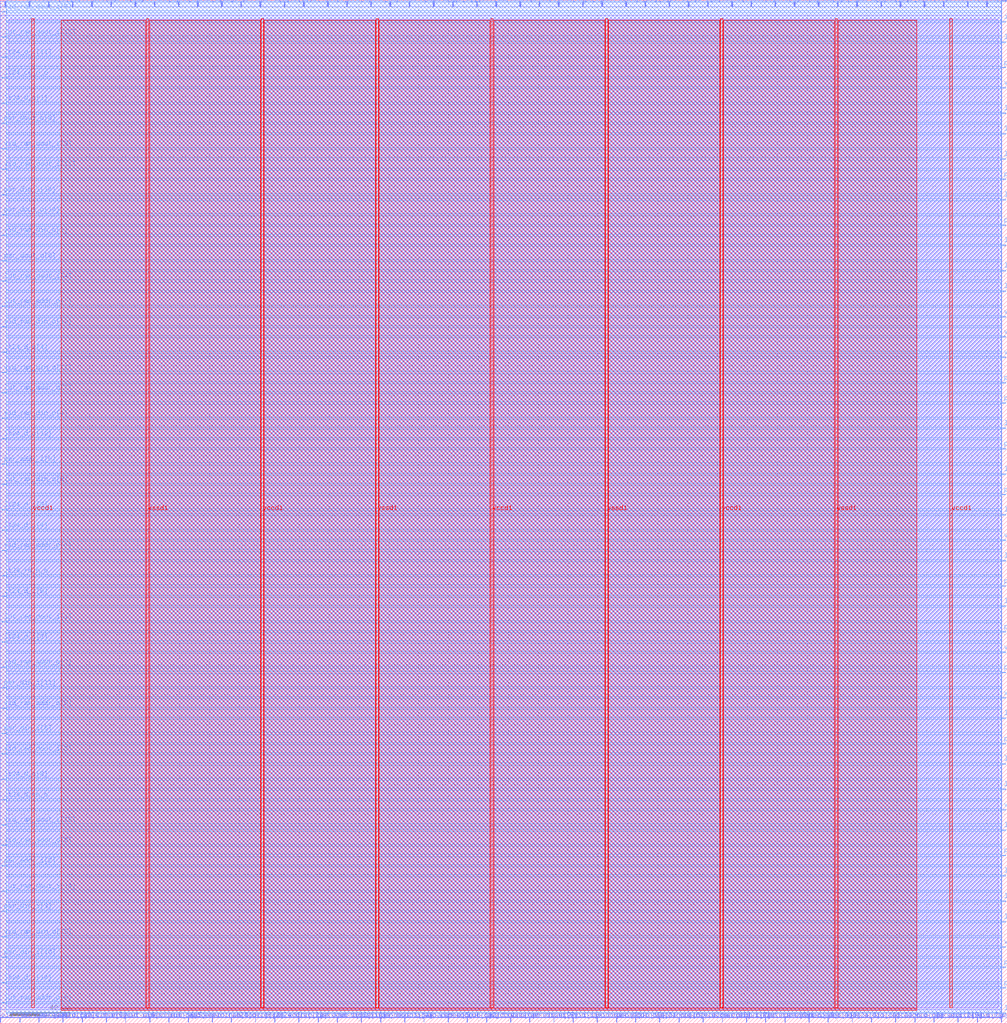
<source format=lef>
VERSION 5.7 ;
  NOWIREEXTENSIONATPIN ON ;
  DIVIDERCHAR "/" ;
  BUSBITCHARS "[]" ;
MACRO openGFX430
  CLASS BLOCK ;
  FOREIGN openGFX430 ;
  ORIGIN 0.000 0.000 ;
  SIZE 673.820 BY 684.540 ;
  PIN dbg_freeze_i
    DIRECTION INPUT ;
    USE SIGNAL ;
    PORT
      LAYER met2 ;
        RECT 325.310 1.000 325.590 4.000 ;
    END
  END dbg_freeze_i
  PIN irq_gfx_o
    DIRECTION OUTPUT TRISTATE ;
    USE SIGNAL ;
    PORT
      LAYER met3 ;
        RECT 669.820 669.840 672.820 670.440 ;
    END
  END irq_gfx_o
  PIN lt24_cs_n_o
    DIRECTION OUTPUT TRISTATE ;
    USE SIGNAL ;
    PORT
      LAYER met3 ;
        RECT 1.000 632.440 4.000 633.040 ;
    END
  END lt24_cs_n_o
  PIN lt24_d_en_o
    DIRECTION OUTPUT TRISTATE ;
    USE SIGNAL ;
    PORT
      LAYER met3 ;
        RECT 1.000 149.640 4.000 150.240 ;
    END
  END lt24_d_en_o
  PIN lt24_d_i[0]
    DIRECTION INPUT ;
    USE SIGNAL ;
    PORT
      LAYER met2 ;
        RECT 54.830 1.000 55.110 4.000 ;
    END
  END lt24_d_i[0]
  PIN lt24_d_i[10]
    DIRECTION INPUT ;
    USE SIGNAL ;
    PORT
      LAYER met2 ;
        RECT 570.030 1.000 570.310 4.000 ;
    END
  END lt24_d_i[10]
  PIN lt24_d_i[11]
    DIRECTION INPUT ;
    USE SIGNAL ;
    PORT
      LAYER met3 ;
        RECT 1.000 646.040 4.000 646.640 ;
    END
  END lt24_d_i[11]
  PIN lt24_d_i[12]
    DIRECTION INPUT ;
    USE SIGNAL ;
    PORT
      LAYER met2 ;
        RECT 183.630 1.000 183.910 4.000 ;
    END
  END lt24_d_i[12]
  PIN lt24_d_i[13]
    DIRECTION INPUT ;
    USE SIGNAL ;
    PORT
      LAYER met3 ;
        RECT 669.820 68.040 672.820 68.640 ;
    END
  END lt24_d_i[13]
  PIN lt24_d_i[14]
    DIRECTION INPUT ;
    USE SIGNAL ;
    PORT
      LAYER met3 ;
        RECT 1.000 27.240 4.000 27.840 ;
    END
  END lt24_d_i[14]
  PIN lt24_d_i[15]
    DIRECTION INPUT ;
    USE SIGNAL ;
    PORT
      LAYER met3 ;
        RECT 669.820 156.440 672.820 157.040 ;
    END
  END lt24_d_i[15]
  PIN lt24_d_i[1]
    DIRECTION INPUT ;
    USE SIGNAL ;
    PORT
      LAYER met2 ;
        RECT 599.010 1.000 599.290 4.000 ;
    END
  END lt24_d_i[1]
  PIN lt24_d_i[2]
    DIRECTION INPUT ;
    USE SIGNAL ;
    PORT
      LAYER met2 ;
        RECT 219.050 680.540 219.330 683.540 ;
    END
  END lt24_d_i[2]
  PIN lt24_d_i[3]
    DIRECTION INPUT ;
    USE SIGNAL ;
    PORT
      LAYER met3 ;
        RECT 1.000 255.040 4.000 255.640 ;
    END
  END lt24_d_i[3]
  PIN lt24_d_i[4]
    DIRECTION INPUT ;
    USE SIGNAL ;
    PORT
      LAYER met3 ;
        RECT 1.000 329.840 4.000 330.440 ;
    END
  END lt24_d_i[4]
  PIN lt24_d_i[5]
    DIRECTION INPUT ;
    USE SIGNAL ;
    PORT
      LAYER met2 ;
        RECT 373.610 680.540 373.890 683.540 ;
    END
  END lt24_d_i[5]
  PIN lt24_d_i[6]
    DIRECTION INPUT ;
    USE SIGNAL ;
    PORT
      LAYER met2 ;
        RECT 154.650 1.000 154.930 4.000 ;
    END
  END lt24_d_i[6]
  PIN lt24_d_i[7]
    DIRECTION INPUT ;
    USE SIGNAL ;
    PORT
      LAYER met2 ;
        RECT 190.070 680.540 190.350 683.540 ;
    END
  END lt24_d_i[7]
  PIN lt24_d_i[8]
    DIRECTION INPUT ;
    USE SIGNAL ;
    PORT
      LAYER met3 ;
        RECT 1.000 343.440 4.000 344.040 ;
    END
  END lt24_d_i[8]
  PIN lt24_d_i[9]
    DIRECTION INPUT ;
    USE SIGNAL ;
    PORT
      LAYER met3 ;
        RECT 1.000 285.640 4.000 286.240 ;
    END
  END lt24_d_i[9]
  PIN lt24_d_o[0]
    DIRECTION OUTPUT TRISTATE ;
    USE SIGNAL ;
    PORT
      LAYER met2 ;
        RECT 441.230 1.000 441.510 4.000 ;
    END
  END lt24_d_o[0]
  PIN lt24_d_o[10]
    DIRECTION OUTPUT TRISTATE ;
    USE SIGNAL ;
    PORT
      LAYER met2 ;
        RECT 602.230 680.540 602.510 683.540 ;
    END
  END lt24_d_o[10]
  PIN lt24_d_o[11]
    DIRECTION OUTPUT TRISTATE ;
    USE SIGNAL ;
    PORT
      LAYER met2 ;
        RECT 360.730 680.540 361.010 683.540 ;
    END
  END lt24_d_o[11]
  PIN lt24_d_o[12]
    DIRECTION OUTPUT TRISTATE ;
    USE SIGNAL ;
    PORT
      LAYER met3 ;
        RECT 1.000 391.040 4.000 391.640 ;
    END
  END lt24_d_o[12]
  PIN lt24_d_o[13]
    DIRECTION OUTPUT TRISTATE ;
    USE SIGNAL ;
    PORT
      LAYER met3 ;
        RECT 669.820 173.440 672.820 174.040 ;
    END
  END lt24_d_o[13]
  PIN lt24_d_o[14]
    DIRECTION OUTPUT TRISTATE ;
    USE SIGNAL ;
    PORT
      LAYER met2 ;
        RECT 132.110 680.540 132.390 683.540 ;
    END
  END lt24_d_o[14]
  PIN lt24_d_o[15]
    DIRECTION OUTPUT TRISTATE ;
    USE SIGNAL ;
    PORT
      LAYER met3 ;
        RECT 669.820 397.840 672.820 398.440 ;
    END
  END lt24_d_o[15]
  PIN lt24_d_o[1]
    DIRECTION OUTPUT TRISTATE ;
    USE SIGNAL ;
    PORT
      LAYER met3 ;
        RECT 1.000 615.440 4.000 616.040 ;
    END
  END lt24_d_o[1]
  PIN lt24_d_o[2]
    DIRECTION OUTPUT TRISTATE ;
    USE SIGNAL ;
    PORT
      LAYER met2 ;
        RECT 589.350 680.540 589.630 683.540 ;
    END
  END lt24_d_o[2]
  PIN lt24_d_o[3]
    DIRECTION OUTPUT TRISTATE ;
    USE SIGNAL ;
    PORT
      LAYER met2 ;
        RECT 418.690 680.540 418.970 683.540 ;
    END
  END lt24_d_o[3]
  PIN lt24_d_o[4]
    DIRECTION OUTPUT TRISTATE ;
    USE SIGNAL ;
    PORT
      LAYER met3 ;
        RECT 1.000 448.840 4.000 449.440 ;
    END
  END lt24_d_o[4]
  PIN lt24_d_o[5]
    DIRECTION OUTPUT TRISTATE ;
    USE SIGNAL ;
    PORT
      LAYER met3 ;
        RECT 669.820 578.040 672.820 578.640 ;
    END
  END lt24_d_o[5]
  PIN lt24_d_o[6]
    DIRECTION OUTPUT TRISTATE ;
    USE SIGNAL ;
    PORT
      LAYER met3 ;
        RECT 669.820 503.240 672.820 503.840 ;
    END
  END lt24_d_o[6]
  PIN lt24_d_o[7]
    DIRECTION OUTPUT TRISTATE ;
    USE SIGNAL ;
    PORT
      LAYER met2 ;
        RECT 640.870 1.000 641.150 4.000 ;
    END
  END lt24_d_o[7]
  PIN lt24_d_o[8]
    DIRECTION OUTPUT TRISTATE ;
    USE SIGNAL ;
    PORT
      LAYER met3 ;
        RECT 1.000 163.240 4.000 163.840 ;
    END
  END lt24_d_o[8]
  PIN lt24_d_o[9]
    DIRECTION OUTPUT TRISTATE ;
    USE SIGNAL ;
    PORT
      LAYER met2 ;
        RECT 202.950 680.540 203.230 683.540 ;
    END
  END lt24_d_o[9]
  PIN lt24_on_o
    DIRECTION OUTPUT TRISTATE ;
    USE SIGNAL ;
    PORT
      LAYER met3 ;
        RECT 669.820 520.240 672.820 520.840 ;
    END
  END lt24_on_o
  PIN lt24_rd_n_o
    DIRECTION OUTPUT TRISTATE ;
    USE SIGNAL ;
    PORT
      LAYER met3 ;
        RECT 1.000 299.240 4.000 299.840 ;
    END
  END lt24_rd_n_o
  PIN lt24_reset_n_o
    DIRECTION OUTPUT TRISTATE ;
    USE SIGNAL ;
    PORT
      LAYER met3 ;
        RECT 669.820 81.640 672.820 82.240 ;
    END
  END lt24_reset_n_o
  PIN lt24_rs_o
    DIRECTION OUTPUT TRISTATE ;
    USE SIGNAL ;
    PORT
      LAYER met3 ;
        RECT 669.820 489.640 672.820 490.240 ;
    END
  END lt24_rs_o
  PIN lt24_wr_n_o
    DIRECTION OUTPUT TRISTATE ;
    USE SIGNAL ;
    PORT
      LAYER met3 ;
        RECT 669.820 204.040 672.820 204.640 ;
    END
  END lt24_wr_n_o
  PIN lut_ram_addr_o[0]
    DIRECTION OUTPUT TRISTATE ;
    USE SIGNAL ;
    PORT
      LAYER met2 ;
        RECT 518.510 680.540 518.790 683.540 ;
    END
  END lut_ram_addr_o[0]
  PIN lut_ram_addr_o[1]
    DIRECTION OUTPUT TRISTATE ;
    USE SIGNAL ;
    PORT
      LAYER met2 ;
        RECT 502.410 680.540 502.690 683.540 ;
    END
  END lut_ram_addr_o[1]
  PIN lut_ram_addr_o[2]
    DIRECTION OUTPUT TRISTATE ;
    USE SIGNAL ;
    PORT
      LAYER met3 ;
        RECT 669.820 608.640 672.820 609.240 ;
    END
  END lut_ram_addr_o[2]
  PIN lut_ram_addr_o[3]
    DIRECTION OUTPUT TRISTATE ;
    USE SIGNAL ;
    PORT
      LAYER met3 ;
        RECT 1.000 479.440 4.000 480.040 ;
    END
  END lut_ram_addr_o[3]
  PIN lut_ram_addr_o[4]
    DIRECTION OUTPUT TRISTATE ;
    USE SIGNAL ;
    PORT
      LAYER met2 ;
        RECT 148.210 680.540 148.490 683.540 ;
    END
  END lut_ram_addr_o[4]
  PIN lut_ram_addr_o[5]
    DIRECTION OUTPUT TRISTATE ;
    USE SIGNAL ;
    PORT
      LAYER met2 ;
        RECT 270.570 1.000 270.850 4.000 ;
    END
  END lut_ram_addr_o[5]
  PIN lut_ram_addr_o[6]
    DIRECTION OUTPUT TRISTATE ;
    USE SIGNAL ;
    PORT
      LAYER met3 ;
        RECT 669.820 656.240 672.820 656.840 ;
    END
  END lut_ram_addr_o[6]
  PIN lut_ram_addr_o[7]
    DIRECTION OUTPUT TRISTATE ;
    USE SIGNAL ;
    PORT
      LAYER met3 ;
        RECT 1.000 421.640 4.000 422.240 ;
    END
  END lut_ram_addr_o[7]
  PIN lut_ram_addr_o[8]
    DIRECTION OUTPUT TRISTATE ;
    USE SIGNAL ;
    PORT
      LAYER met3 ;
        RECT 1.000 13.640 4.000 14.240 ;
    END
  END lut_ram_addr_o[8]
  PIN lut_ram_cen_o
    DIRECTION OUTPUT TRISTATE ;
    USE SIGNAL ;
    PORT
      LAYER met2 ;
        RECT 112.790 1.000 113.070 4.000 ;
    END
  END lut_ram_cen_o
  PIN lut_ram_din_o[0]
    DIRECTION OUTPUT TRISTATE ;
    USE SIGNAL ;
    PORT
      LAYER met3 ;
        RECT 669.820 367.240 672.820 367.840 ;
    END
  END lut_ram_din_o[0]
  PIN lut_ram_din_o[10]
    DIRECTION OUTPUT TRISTATE ;
    USE SIGNAL ;
    PORT
      LAYER met3 ;
        RECT 669.820 98.640 672.820 99.240 ;
    END
  END lut_ram_din_o[10]
  PIN lut_ram_din_o[11]
    DIRECTION OUTPUT TRISTATE ;
    USE SIGNAL ;
    PORT
      LAYER met2 ;
        RECT 273.790 680.540 274.070 683.540 ;
    END
  END lut_ram_din_o[11]
  PIN lut_ram_din_o[12]
    DIRECTION OUTPUT TRISTATE ;
    USE SIGNAL ;
    PORT
      LAYER met2 ;
        RECT 212.610 1.000 212.890 4.000 ;
    END
  END lut_ram_din_o[12]
  PIN lut_ram_din_o[13]
    DIRECTION OUTPUT TRISTATE ;
    USE SIGNAL ;
    PORT
      LAYER met2 ;
        RECT 425.130 1.000 425.410 4.000 ;
    END
  END lut_ram_din_o[13]
  PIN lut_ram_din_o[14]
    DIRECTION OUTPUT TRISTATE ;
    USE SIGNAL ;
    PORT
      LAYER met2 ;
        RECT 3.310 680.540 3.590 683.540 ;
    END
  END lut_ram_din_o[14]
  PIN lut_ram_din_o[15]
    DIRECTION OUTPUT TRISTATE ;
    USE SIGNAL ;
    PORT
      LAYER met3 ;
        RECT 669.820 595.040 672.820 595.640 ;
    END
  END lut_ram_din_o[15]
  PIN lut_ram_din_o[1]
    DIRECTION OUTPUT TRISTATE ;
    USE SIGNAL ;
    PORT
      LAYER met3 ;
        RECT 669.820 309.440 672.820 310.040 ;
    END
  END lut_ram_din_o[1]
  PIN lut_ram_din_o[2]
    DIRECTION OUTPUT TRISTATE ;
    USE SIGNAL ;
    PORT
      LAYER met2 ;
        RECT 248.030 680.540 248.310 683.540 ;
    END
  END lut_ram_din_o[2]
  PIN lut_ram_din_o[3]
    DIRECTION OUTPUT TRISTATE ;
    USE SIGNAL ;
    PORT
      LAYER met2 ;
        RECT 499.190 1.000 499.470 4.000 ;
    END
  END lut_ram_din_o[3]
  PIN lut_ram_din_o[4]
    DIRECTION OUTPUT TRISTATE ;
    USE SIGNAL ;
    PORT
      LAYER met2 ;
        RECT 531.390 680.540 531.670 683.540 ;
    END
  END lut_ram_din_o[4]
  PIN lut_ram_din_o[5]
    DIRECTION OUTPUT TRISTATE ;
    USE SIGNAL ;
    PORT
      LAYER met3 ;
        RECT 1.000 360.440 4.000 361.040 ;
    END
  END lut_ram_din_o[5]
  PIN lut_ram_din_o[6]
    DIRECTION OUTPUT TRISTATE ;
    USE SIGNAL ;
    PORT
      LAYER met2 ;
        RECT 631.210 680.540 631.490 683.540 ;
    END
  END lut_ram_din_o[6]
  PIN lut_ram_din_o[7]
    DIRECTION OUTPUT TRISTATE ;
    USE SIGNAL ;
    PORT
      LAYER met3 ;
        RECT 669.820 6.840 672.820 7.440 ;
    END
  END lut_ram_din_o[7]
  PIN lut_ram_din_o[8]
    DIRECTION OUTPUT TRISTATE ;
    USE SIGNAL ;
    PORT
      LAYER met2 ;
        RECT 618.330 680.540 618.610 683.540 ;
    END
  END lut_ram_din_o[8]
  PIN lut_ram_din_o[9]
    DIRECTION OUTPUT TRISTATE ;
    USE SIGNAL ;
    PORT
      LAYER met3 ;
        RECT 669.820 129.240 672.820 129.840 ;
    END
  END lut_ram_din_o[9]
  PIN lut_ram_dout_i[0]
    DIRECTION INPUT ;
    USE SIGNAL ;
    PORT
      LAYER met2 ;
        RECT 312.430 1.000 312.710 4.000 ;
    END
  END lut_ram_dout_i[0]
  PIN lut_ram_dout_i[10]
    DIRECTION INPUT ;
    USE SIGNAL ;
    PORT
      LAYER met3 ;
        RECT 669.820 278.840 672.820 279.440 ;
    END
  END lut_ram_dout_i[10]
  PIN lut_ram_dout_i[11]
    DIRECTION INPUT ;
    USE SIGNAL ;
    PORT
      LAYER met2 ;
        RECT 560.370 680.540 560.650 683.540 ;
    END
  END lut_ram_dout_i[11]
  PIN lut_ram_dout_i[12]
    DIRECTION INPUT ;
    USE SIGNAL ;
    PORT
      LAYER met2 ;
        RECT 512.070 1.000 512.350 4.000 ;
    END
  END lut_ram_dout_i[12]
  PIN lut_ram_dout_i[13]
    DIRECTION INPUT ;
    USE SIGNAL ;
    PORT
      LAYER met2 ;
        RECT 199.730 1.000 200.010 4.000 ;
    END
  END lut_ram_dout_i[13]
  PIN lut_ram_dout_i[14]
    DIRECTION INPUT ;
    USE SIGNAL ;
    PORT
      LAYER met3 ;
        RECT 1.000 88.440 4.000 89.040 ;
    END
  END lut_ram_dout_i[14]
  PIN lut_ram_dout_i[15]
    DIRECTION INPUT ;
    USE SIGNAL ;
    PORT
      LAYER met3 ;
        RECT 1.000 659.640 4.000 660.240 ;
    END
  END lut_ram_dout_i[15]
  PIN lut_ram_dout_i[1]
    DIRECTION INPUT ;
    USE SIGNAL ;
    PORT
      LAYER met3 ;
        RECT 1.000 268.640 4.000 269.240 ;
    END
  END lut_ram_dout_i[1]
  PIN lut_ram_dout_i[2]
    DIRECTION INPUT ;
    USE SIGNAL ;
    PORT
      LAYER met3 ;
        RECT 669.820 340.040 672.820 340.640 ;
    END
  END lut_ram_dout_i[2]
  PIN lut_ram_dout_i[3]
    DIRECTION INPUT ;
    USE SIGNAL ;
    PORT
      LAYER met2 ;
        RECT 260.910 680.540 261.190 683.540 ;
    END
  END lut_ram_dout_i[3]
  PIN lut_ram_dout_i[4]
    DIRECTION INPUT ;
    USE SIGNAL ;
    PORT
      LAYER met3 ;
        RECT 1.000 496.440 4.000 497.040 ;
    END
  END lut_ram_dout_i[4]
  PIN lut_ram_dout_i[5]
    DIRECTION INPUT ;
    USE SIGNAL ;
    PORT
      LAYER met2 ;
        RECT 74.150 680.540 74.430 683.540 ;
    END
  END lut_ram_dout_i[5]
  PIN lut_ram_dout_i[6]
    DIRECTION INPUT ;
    USE SIGNAL ;
    PORT
      LAYER met3 ;
        RECT 669.820 550.840 672.820 551.440 ;
    END
  END lut_ram_dout_i[6]
  PIN lut_ram_dout_i[7]
    DIRECTION INPUT ;
    USE SIGNAL ;
    PORT
      LAYER met2 ;
        RECT 32.290 680.540 32.570 683.540 ;
    END
  END lut_ram_dout_i[7]
  PIN lut_ram_dout_i[8]
    DIRECTION INPUT ;
    USE SIGNAL ;
    PORT
      LAYER met2 ;
        RECT 161.090 680.540 161.370 683.540 ;
    END
  END lut_ram_dout_i[8]
  PIN lut_ram_dout_i[9]
    DIRECTION INPUT ;
    USE SIGNAL ;
    PORT
      LAYER met2 ;
        RECT 524.950 1.000 525.230 4.000 ;
    END
  END lut_ram_dout_i[9]
  PIN lut_ram_wen_o
    DIRECTION OUTPUT TRISTATE ;
    USE SIGNAL ;
    PORT
      LAYER met2 ;
        RECT 347.850 680.540 348.130 683.540 ;
    END
  END lut_ram_wen_o
  PIN mclk
    DIRECTION INPUT ;
    USE SIGNAL ;
    PORT
      LAYER met2 ;
        RECT 660.190 680.540 660.470 683.540 ;
    END
  END mclk
  PIN per_addr_i[0]
    DIRECTION INPUT ;
    USE SIGNAL ;
    PORT
      LAYER met3 ;
        RECT 1.000 374.040 4.000 374.640 ;
    END
  END per_addr_i[0]
  PIN per_addr_i[10]
    DIRECTION INPUT ;
    USE SIGNAL ;
    PORT
      LAYER met2 ;
        RECT 25.850 1.000 26.130 4.000 ;
    END
  END per_addr_i[10]
  PIN per_addr_i[11]
    DIRECTION INPUT ;
    USE SIGNAL ;
    PORT
      LAYER met2 ;
        RECT 225.490 1.000 225.770 4.000 ;
    END
  END per_addr_i[11]
  PIN per_addr_i[12]
    DIRECTION INPUT ;
    USE SIGNAL ;
    PORT
      LAYER met2 ;
        RECT 119.230 680.540 119.510 683.540 ;
    END
  END per_addr_i[12]
  PIN per_addr_i[13]
    DIRECTION INPUT ;
    USE SIGNAL ;
    PORT
      LAYER met3 ;
        RECT 669.820 23.840 672.820 24.440 ;
    END
  END per_addr_i[13]
  PIN per_addr_i[1]
    DIRECTION INPUT ;
    USE SIGNAL ;
    PORT
      LAYER met2 ;
        RECT 254.470 1.000 254.750 4.000 ;
    END
  END per_addr_i[1]
  PIN per_addr_i[2]
    DIRECTION INPUT ;
    USE SIGNAL ;
    PORT
      LAYER met3 ;
        RECT 1.000 105.440 4.000 106.040 ;
    END
  END per_addr_i[2]
  PIN per_addr_i[3]
    DIRECTION INPUT ;
    USE SIGNAL ;
    PORT
      LAYER met2 ;
        RECT 553.930 1.000 554.210 4.000 ;
    END
  END per_addr_i[3]
  PIN per_addr_i[4]
    DIRECTION INPUT ;
    USE SIGNAL ;
    PORT
      LAYER met2 ;
        RECT 412.250 1.000 412.530 4.000 ;
    END
  END per_addr_i[4]
  PIN per_addr_i[5]
    DIRECTION INPUT ;
    USE SIGNAL ;
    PORT
      LAYER met3 ;
        RECT 669.820 353.640 672.820 354.240 ;
    END
  END per_addr_i[5]
  PIN per_addr_i[6]
    DIRECTION INPUT ;
    USE SIGNAL ;
    PORT
      LAYER met3 ;
        RECT 669.820 234.640 672.820 235.240 ;
    END
  END per_addr_i[6]
  PIN per_addr_i[7]
    DIRECTION INPUT ;
    USE SIGNAL ;
    PORT
      LAYER met2 ;
        RECT 573.250 680.540 573.530 683.540 ;
    END
  END per_addr_i[7]
  PIN per_addr_i[8]
    DIRECTION INPUT ;
    USE SIGNAL ;
    PORT
      LAYER met2 ;
        RECT 431.570 680.540 431.850 683.540 ;
    END
  END per_addr_i[8]
  PIN per_addr_i[9]
    DIRECTION INPUT ;
    USE SIGNAL ;
    PORT
      LAYER met2 ;
        RECT 541.050 1.000 541.330 4.000 ;
    END
  END per_addr_i[9]
  PIN per_din_i[0]
    DIRECTION INPUT ;
    USE SIGNAL ;
    PORT
      LAYER met3 ;
        RECT 669.820 639.240 672.820 639.840 ;
    END
  END per_din_i[0]
  PIN per_din_i[10]
    DIRECTION INPUT ;
    USE SIGNAL ;
    PORT
      LAYER met3 ;
        RECT 1.000 44.240 4.000 44.840 ;
    END
  END per_din_i[10]
  PIN per_din_i[11]
    DIRECTION INPUT ;
    USE SIGNAL ;
    PORT
      LAYER met3 ;
        RECT 1.000 224.440 4.000 225.040 ;
    END
  END per_din_i[11]
  PIN per_din_i[12]
    DIRECTION INPUT ;
    USE SIGNAL ;
    PORT
      LAYER met2 ;
        RECT 231.930 680.540 232.210 683.540 ;
    END
  END per_din_i[12]
  PIN per_din_i[13]
    DIRECTION INPUT ;
    USE SIGNAL ;
    PORT
      LAYER met2 ;
        RECT 19.410 680.540 19.690 683.540 ;
    END
  END per_din_i[13]
  PIN per_din_i[14]
    DIRECTION INPUT ;
    USE SIGNAL ;
    PORT
      LAYER met3 ;
        RECT 1.000 554.240 4.000 554.840 ;
    END
  END per_din_i[14]
  PIN per_din_i[15]
    DIRECTION INPUT ;
    USE SIGNAL ;
    PORT
      LAYER met2 ;
        RECT 61.270 680.540 61.550 683.540 ;
    END
  END per_din_i[15]
  PIN per_din_i[1]
    DIRECTION INPUT ;
    USE SIGNAL ;
    PORT
      LAYER met3 ;
        RECT 669.820 384.240 672.820 384.840 ;
    END
  END per_din_i[1]
  PIN per_din_i[2]
    DIRECTION INPUT ;
    USE SIGNAL ;
    PORT
      LAYER met2 ;
        RECT 669.850 1.000 670.130 4.000 ;
    END
  END per_din_i[2]
  PIN per_din_i[3]
    DIRECTION INPUT ;
    USE SIGNAL ;
    PORT
      LAYER met3 ;
        RECT 1.000 74.840 4.000 75.440 ;
    END
  END per_din_i[3]
  PIN per_din_i[4]
    DIRECTION INPUT ;
    USE SIGNAL ;
    PORT
      LAYER met3 ;
        RECT 669.820 414.840 672.820 415.440 ;
    END
  END per_din_i[4]
  PIN per_din_i[5]
    DIRECTION INPUT ;
    USE SIGNAL ;
    PORT
      LAYER met2 ;
        RECT 354.290 1.000 354.570 4.000 ;
    END
  END per_din_i[5]
  PIN per_din_i[6]
    DIRECTION INPUT ;
    USE SIGNAL ;
    PORT
      LAYER met3 ;
        RECT 1.000 193.840 4.000 194.440 ;
    END
  END per_din_i[6]
  PIN per_din_i[7]
    DIRECTION INPUT ;
    USE SIGNAL ;
    PORT
      LAYER met2 ;
        RECT 289.890 680.540 290.170 683.540 ;
    END
  END per_din_i[7]
  PIN per_din_i[8]
    DIRECTION INPUT ;
    USE SIGNAL ;
    PORT
      LAYER met2 ;
        RECT 483.090 1.000 483.370 4.000 ;
    END
  END per_din_i[8]
  PIN per_din_i[9]
    DIRECTION INPUT ;
    USE SIGNAL ;
    PORT
      LAYER met2 ;
        RECT 624.770 1.000 625.050 4.000 ;
    END
  END per_din_i[9]
  PIN per_dout_o[0]
    DIRECTION OUTPUT TRISTATE ;
    USE SIGNAL ;
    PORT
      LAYER met3 ;
        RECT 1.000 510.040 4.000 510.640 ;
    END
  END per_dout_o[0]
  PIN per_dout_o[10]
    DIRECTION OUTPUT TRISTATE ;
    USE SIGNAL ;
    PORT
      LAYER met3 ;
        RECT 669.820 261.840 672.820 262.440 ;
    END
  END per_dout_o[10]
  PIN per_dout_o[11]
    DIRECTION OUTPUT TRISTATE ;
    USE SIGNAL ;
    PORT
      LAYER met2 ;
        RECT 302.770 680.540 303.050 683.540 ;
    END
  END per_dout_o[11]
  PIN per_dout_o[12]
    DIRECTION OUTPUT TRISTATE ;
    USE SIGNAL ;
    PORT
      LAYER met2 ;
        RECT 402.590 680.540 402.870 683.540 ;
    END
  END per_dout_o[12]
  PIN per_dout_o[13]
    DIRECTION OUTPUT TRISTATE ;
    USE SIGNAL ;
    PORT
      LAYER met2 ;
        RECT 389.710 680.540 389.990 683.540 ;
    END
  END per_dout_o[13]
  PIN per_dout_o[14]
    DIRECTION OUTPUT TRISTATE ;
    USE SIGNAL ;
    PORT
      LAYER met3 ;
        RECT 1.000 540.640 4.000 541.240 ;
    END
  END per_dout_o[14]
  PIN per_dout_o[15]
    DIRECTION OUTPUT TRISTATE ;
    USE SIGNAL ;
    PORT
      LAYER met2 ;
        RECT 99.910 1.000 100.190 4.000 ;
    END
  END per_dout_o[15]
  PIN per_dout_o[1]
    DIRECTION OUTPUT TRISTATE ;
    USE SIGNAL ;
    PORT
      LAYER met3 ;
        RECT 669.820 112.240 672.820 112.840 ;
    END
  END per_dout_o[1]
  PIN per_dout_o[2]
    DIRECTION OUTPUT TRISTATE ;
    USE SIGNAL ;
    PORT
      LAYER met2 ;
        RECT 299.550 1.000 299.830 4.000 ;
    END
  END per_dout_o[2]
  PIN per_dout_o[3]
    DIRECTION OUTPUT TRISTATE ;
    USE SIGNAL ;
    PORT
      LAYER met3 ;
        RECT 669.820 564.440 672.820 565.040 ;
    END
  END per_dout_o[3]
  PIN per_dout_o[4]
    DIRECTION OUTPUT TRISTATE ;
    USE SIGNAL ;
    PORT
      LAYER met3 ;
        RECT 669.820 428.440 672.820 429.040 ;
    END
  END per_dout_o[4]
  PIN per_dout_o[5]
    DIRECTION OUTPUT TRISTATE ;
    USE SIGNAL ;
    PORT
      LAYER met2 ;
        RECT 447.670 680.540 447.950 683.540 ;
    END
  END per_dout_o[5]
  PIN per_dout_o[6]
    DIRECTION OUTPUT TRISTATE ;
    USE SIGNAL ;
    PORT
      LAYER met2 ;
        RECT 70.930 1.000 71.210 4.000 ;
    END
  END per_dout_o[6]
  PIN per_dout_o[7]
    DIRECTION OUTPUT TRISTATE ;
    USE SIGNAL ;
    PORT
      LAYER met3 ;
        RECT 669.820 187.040 672.820 187.640 ;
    END
  END per_dout_o[7]
  PIN per_dout_o[8]
    DIRECTION OUTPUT TRISTATE ;
    USE SIGNAL ;
    PORT
      LAYER met3 ;
        RECT 1.000 601.840 4.000 602.440 ;
    END
  END per_dout_o[8]
  PIN per_dout_o[9]
    DIRECTION OUTPUT TRISTATE ;
    USE SIGNAL ;
    PORT
      LAYER met2 ;
        RECT 173.970 680.540 174.250 683.540 ;
    END
  END per_dout_o[9]
  PIN per_en_i
    DIRECTION INPUT ;
    USE SIGNAL ;
    PORT
      LAYER met3 ;
        RECT 669.820 292.440 672.820 293.040 ;
    END
  END per_en_i
  PIN per_we_i[0]
    DIRECTION INPUT ;
    USE SIGNAL ;
    PORT
      LAYER met3 ;
        RECT 669.820 37.440 672.820 38.040 ;
    END
  END per_we_i[0]
  PIN per_we_i[1]
    DIRECTION INPUT ;
    USE SIGNAL ;
    PORT
      LAYER met2 ;
        RECT 370.390 1.000 370.670 4.000 ;
    END
  END per_we_i[1]
  PIN puc_rst
    DIRECTION INPUT ;
    USE SIGNAL ;
    PORT
      LAYER met3 ;
        RECT 669.820 533.840 672.820 534.440 ;
    END
  END puc_rst
  PIN vccd1
    DIRECTION INOUT ;
    USE POWER ;
    PORT
      LAYER met4 ;
        RECT 21.040 10.640 22.640 672.080 ;
    END
    PORT
      LAYER met4 ;
        RECT 174.640 10.640 176.240 672.080 ;
    END
    PORT
      LAYER met4 ;
        RECT 328.240 10.640 329.840 672.080 ;
    END
    PORT
      LAYER met4 ;
        RECT 481.840 10.640 483.440 672.080 ;
    END
    PORT
      LAYER met4 ;
        RECT 635.440 10.640 637.040 672.080 ;
    END
  END vccd1
  PIN vid_ram_addr_o[0]
    DIRECTION OUTPUT TRISTATE ;
    USE SIGNAL ;
    PORT
      LAYER met3 ;
        RECT 1.000 119.040 4.000 119.640 ;
    END
  END vid_ram_addr_o[0]
  PIN vid_ram_addr_o[10]
    DIRECTION OUTPUT TRISTATE ;
    USE SIGNAL ;
    PORT
      LAYER met2 ;
        RECT 170.750 1.000 171.030 4.000 ;
    END
  END vid_ram_addr_o[10]
  PIN vid_ram_addr_o[11]
    DIRECTION OUTPUT TRISTATE ;
    USE SIGNAL ;
    PORT
      LAYER met3 ;
        RECT 669.820 217.640 672.820 218.240 ;
    END
  END vid_ram_addr_o[11]
  PIN vid_ram_addr_o[12]
    DIRECTION OUTPUT TRISTATE ;
    USE SIGNAL ;
    PORT
      LAYER met2 ;
        RECT 454.110 1.000 454.390 4.000 ;
    END
  END vid_ram_addr_o[12]
  PIN vid_ram_addr_o[13]
    DIRECTION OUTPUT TRISTATE ;
    USE SIGNAL ;
    PORT
      LAYER met3 ;
        RECT 669.820 51.040 672.820 51.640 ;
    END
  END vid_ram_addr_o[13]
  PIN vid_ram_addr_o[14]
    DIRECTION OUTPUT TRISTATE ;
    USE SIGNAL ;
    PORT
      LAYER met2 ;
        RECT 48.390 680.540 48.670 683.540 ;
    END
  END vid_ram_addr_o[14]
  PIN vid_ram_addr_o[15]
    DIRECTION OUTPUT TRISTATE ;
    USE SIGNAL ;
    PORT
      LAYER met2 ;
        RECT 582.910 1.000 583.190 4.000 ;
    END
  END vid_ram_addr_o[15]
  PIN vid_ram_addr_o[16]
    DIRECTION OUTPUT TRISTATE ;
    USE SIGNAL ;
    PORT
      LAYER met2 ;
        RECT 83.810 1.000 84.090 4.000 ;
    END
  END vid_ram_addr_o[16]
  PIN vid_ram_addr_o[1]
    DIRECTION OUTPUT TRISTATE ;
    USE SIGNAL ;
    PORT
      LAYER met2 ;
        RECT 283.450 1.000 283.730 4.000 ;
    END
  END vid_ram_addr_o[1]
  PIN vid_ram_addr_o[2]
    DIRECTION OUTPUT TRISTATE ;
    USE SIGNAL ;
    PORT
      LAYER met3 ;
        RECT 1.000 238.040 4.000 238.640 ;
    END
  END vid_ram_addr_o[2]
  PIN vid_ram_addr_o[3]
    DIRECTION OUTPUT TRISTATE ;
    USE SIGNAL ;
    PORT
      LAYER met3 ;
        RECT 669.820 625.640 672.820 626.240 ;
    END
  END vid_ram_addr_o[3]
  PIN vid_ram_addr_o[4]
    DIRECTION OUTPUT TRISTATE ;
    USE SIGNAL ;
    PORT
      LAYER met3 ;
        RECT 669.820 445.440 672.820 446.040 ;
    END
  END vid_ram_addr_o[4]
  PIN vid_ram_addr_o[5]
    DIRECTION OUTPUT TRISTATE ;
    USE SIGNAL ;
    PORT
      LAYER met2 ;
        RECT 611.890 1.000 612.170 4.000 ;
    END
  END vid_ram_addr_o[5]
  PIN vid_ram_addr_o[6]
    DIRECTION OUTPUT TRISTATE ;
    USE SIGNAL ;
    PORT
      LAYER met3 ;
        RECT 1.000 316.240 4.000 316.840 ;
    END
  END vid_ram_addr_o[6]
  PIN vid_ram_addr_o[7]
    DIRECTION OUTPUT TRISTATE ;
    USE SIGNAL ;
    PORT
      LAYER met3 ;
        RECT 669.820 248.240 672.820 248.840 ;
    END
  END vid_ram_addr_o[7]
  PIN vid_ram_addr_o[8]
    DIRECTION OUTPUT TRISTATE ;
    USE SIGNAL ;
    PORT
      LAYER met2 ;
        RECT 12.970 1.000 13.250 4.000 ;
    END
  END vid_ram_addr_o[8]
  PIN vid_ram_addr_o[9]
    DIRECTION OUTPUT TRISTATE ;
    USE SIGNAL ;
    PORT
      LAYER met3 ;
        RECT 1.000 210.840 4.000 211.440 ;
    END
  END vid_ram_addr_o[9]
  PIN vid_ram_cen_o
    DIRECTION OUTPUT TRISTATE ;
    USE SIGNAL ;
    PORT
      LAYER met3 ;
        RECT 669.820 683.440 672.820 684.040 ;
    END
  END vid_ram_cen_o
  PIN vid_ram_din_o[0]
    DIRECTION OUTPUT TRISTATE ;
    USE SIGNAL ;
    PORT
      LAYER met2 ;
        RECT 653.750 1.000 654.030 4.000 ;
    END
  END vid_ram_din_o[0]
  PIN vid_ram_din_o[10]
    DIRECTION OUTPUT TRISTATE ;
    USE SIGNAL ;
    PORT
      LAYER met2 ;
        RECT 647.310 680.540 647.590 683.540 ;
    END
  END vid_ram_din_o[10]
  PIN vid_ram_din_o[11]
    DIRECTION OUTPUT TRISTATE ;
    USE SIGNAL ;
    PORT
      LAYER met3 ;
        RECT 1.000 435.240 4.000 435.840 ;
    END
  END vid_ram_din_o[11]
  PIN vid_ram_din_o[12]
    DIRECTION OUTPUT TRISTATE ;
    USE SIGNAL ;
    PORT
      LAYER met3 ;
        RECT 1.000 465.840 4.000 466.440 ;
    END
  END vid_ram_din_o[12]
  PIN vid_ram_din_o[13]
    DIRECTION OUTPUT TRISTATE ;
    USE SIGNAL ;
    PORT
      LAYER met2 ;
        RECT 399.370 1.000 399.650 4.000 ;
    END
  END vid_ram_din_o[13]
  PIN vid_ram_din_o[14]
    DIRECTION OUTPUT TRISTATE ;
    USE SIGNAL ;
    PORT
      LAYER met2 ;
        RECT 0.090 1.000 0.370 4.000 ;
    END
  END vid_ram_din_o[14]
  PIN vid_ram_din_o[15]
    DIRECTION OUTPUT TRISTATE ;
    USE SIGNAL ;
    PORT
      LAYER met3 ;
        RECT 1.000 57.840 4.000 58.440 ;
    END
  END vid_ram_din_o[15]
  PIN vid_ram_din_o[1]
    DIRECTION OUTPUT TRISTATE ;
    USE SIGNAL ;
    PORT
      LAYER met3 ;
        RECT 1.000 527.040 4.000 527.640 ;
    END
  END vid_ram_din_o[1]
  PIN vid_ram_din_o[2]
    DIRECTION OUTPUT TRISTATE ;
    USE SIGNAL ;
    PORT
      LAYER met2 ;
        RECT 90.250 680.540 90.530 683.540 ;
    END
  END vid_ram_din_o[2]
  PIN vid_ram_din_o[3]
    DIRECTION OUTPUT TRISTATE ;
    USE SIGNAL ;
    PORT
      LAYER met2 ;
        RECT 331.750 680.540 332.030 683.540 ;
    END
  END vid_ram_din_o[3]
  PIN vid_ram_din_o[4]
    DIRECTION OUTPUT TRISTATE ;
    USE SIGNAL ;
    PORT
      LAYER met3 ;
        RECT 1.000 404.640 4.000 405.240 ;
    END
  END vid_ram_din_o[4]
  PIN vid_ram_din_o[5]
    DIRECTION OUTPUT TRISTATE ;
    USE SIGNAL ;
    PORT
      LAYER met2 ;
        RECT 125.670 1.000 125.950 4.000 ;
    END
  END vid_ram_din_o[5]
  PIN vid_ram_din_o[6]
    DIRECTION OUTPUT TRISTATE ;
    USE SIGNAL ;
    PORT
      LAYER met2 ;
        RECT 41.950 1.000 42.230 4.000 ;
    END
  END vid_ram_din_o[6]
  PIN vid_ram_din_o[7]
    DIRECTION OUTPUT TRISTATE ;
    USE SIGNAL ;
    PORT
      LAYER met2 ;
        RECT 460.550 680.540 460.830 683.540 ;
    END
  END vid_ram_din_o[7]
  PIN vid_ram_din_o[8]
    DIRECTION OUTPUT TRISTATE ;
    USE SIGNAL ;
    PORT
      LAYER met2 ;
        RECT 318.870 680.540 319.150 683.540 ;
    END
  END vid_ram_din_o[8]
  PIN vid_ram_din_o[9]
    DIRECTION OUTPUT TRISTATE ;
    USE SIGNAL ;
    PORT
      LAYER met2 ;
        RECT 341.410 1.000 341.690 4.000 ;
    END
  END vid_ram_din_o[9]
  PIN vid_ram_dout_i[0]
    DIRECTION INPUT ;
    USE SIGNAL ;
    PORT
      LAYER met2 ;
        RECT 547.490 680.540 547.770 683.540 ;
    END
  END vid_ram_dout_i[0]
  PIN vid_ram_dout_i[10]
    DIRECTION INPUT ;
    USE SIGNAL ;
    PORT
      LAYER met3 ;
        RECT 669.820 142.840 672.820 143.440 ;
    END
  END vid_ram_dout_i[10]
  PIN vid_ram_dout_i[11]
    DIRECTION INPUT ;
    USE SIGNAL ;
    PORT
      LAYER met3 ;
        RECT 1.000 571.240 4.000 571.840 ;
    END
  END vid_ram_dout_i[11]
  PIN vid_ram_dout_i[12]
    DIRECTION INPUT ;
    USE SIGNAL ;
    PORT
      LAYER met3 ;
        RECT 669.820 472.640 672.820 473.240 ;
    END
  END vid_ram_dout_i[12]
  PIN vid_ram_dout_i[13]
    DIRECTION INPUT ;
    USE SIGNAL ;
    PORT
      LAYER met2 ;
        RECT 141.770 1.000 142.050 4.000 ;
    END
  END vid_ram_dout_i[13]
  PIN vid_ram_dout_i[14]
    DIRECTION INPUT ;
    USE SIGNAL ;
    PORT
      LAYER met2 ;
        RECT 241.590 1.000 241.870 4.000 ;
    END
  END vid_ram_dout_i[14]
  PIN vid_ram_dout_i[15]
    DIRECTION INPUT ;
    USE SIGNAL ;
    PORT
      LAYER met3 ;
        RECT 1.000 132.640 4.000 133.240 ;
    END
  END vid_ram_dout_i[15]
  PIN vid_ram_dout_i[1]
    DIRECTION INPUT ;
    USE SIGNAL ;
    PORT
      LAYER met3 ;
        RECT 669.820 459.040 672.820 459.640 ;
    END
  END vid_ram_dout_i[1]
  PIN vid_ram_dout_i[2]
    DIRECTION INPUT ;
    USE SIGNAL ;
    PORT
      LAYER met2 ;
        RECT 383.270 1.000 383.550 4.000 ;
    END
  END vid_ram_dout_i[2]
  PIN vid_ram_dout_i[3]
    DIRECTION INPUT ;
    USE SIGNAL ;
    PORT
      LAYER met2 ;
        RECT 489.530 680.540 489.810 683.540 ;
    END
  END vid_ram_dout_i[3]
  PIN vid_ram_dout_i[4]
    DIRECTION INPUT ;
    USE SIGNAL ;
    PORT
      LAYER met2 ;
        RECT 473.430 680.540 473.710 683.540 ;
    END
  END vid_ram_dout_i[4]
  PIN vid_ram_dout_i[5]
    DIRECTION INPUT ;
    USE SIGNAL ;
    PORT
      LAYER met3 ;
        RECT 1.000 676.640 4.000 677.240 ;
    END
  END vid_ram_dout_i[5]
  PIN vid_ram_dout_i[6]
    DIRECTION INPUT ;
    USE SIGNAL ;
    PORT
      LAYER met2 ;
        RECT 103.130 680.540 103.410 683.540 ;
    END
  END vid_ram_dout_i[6]
  PIN vid_ram_dout_i[7]
    DIRECTION INPUT ;
    USE SIGNAL ;
    PORT
      LAYER met2 ;
        RECT 470.210 1.000 470.490 4.000 ;
    END
  END vid_ram_dout_i[7]
  PIN vid_ram_dout_i[8]
    DIRECTION INPUT ;
    USE SIGNAL ;
    PORT
      LAYER met3 ;
        RECT 1.000 180.240 4.000 180.840 ;
    END
  END vid_ram_dout_i[8]
  PIN vid_ram_dout_i[9]
    DIRECTION INPUT ;
    USE SIGNAL ;
    PORT
      LAYER met3 ;
        RECT 1.000 584.840 4.000 585.440 ;
    END
  END vid_ram_dout_i[9]
  PIN vid_ram_wen_o
    DIRECTION OUTPUT TRISTATE ;
    USE SIGNAL ;
    PORT
      LAYER met3 ;
        RECT 669.820 323.040 672.820 323.640 ;
    END
  END vid_ram_wen_o
  PIN vssd1
    DIRECTION INOUT ;
    USE GROUND ;
    PORT
      LAYER met4 ;
        RECT 97.840 10.640 99.440 672.080 ;
    END
    PORT
      LAYER met4 ;
        RECT 251.440 10.640 253.040 672.080 ;
    END
    PORT
      LAYER met4 ;
        RECT 405.040 10.640 406.640 672.080 ;
    END
    PORT
      LAYER met4 ;
        RECT 558.640 10.640 560.240 672.080 ;
    END
  END vssd1
  OBS
      LAYER li1 ;
        RECT 5.520 10.795 667.920 671.925 ;
      LAYER met1 ;
        RECT 0.070 9.220 670.150 674.520 ;
      LAYER met2 ;
        RECT 0.100 683.820 670.120 683.925 ;
        RECT 0.100 680.260 3.030 683.820 ;
        RECT 3.870 680.260 19.130 683.820 ;
        RECT 19.970 680.260 32.010 683.820 ;
        RECT 32.850 680.260 48.110 683.820 ;
        RECT 48.950 680.260 60.990 683.820 ;
        RECT 61.830 680.260 73.870 683.820 ;
        RECT 74.710 680.260 89.970 683.820 ;
        RECT 90.810 680.260 102.850 683.820 ;
        RECT 103.690 680.260 118.950 683.820 ;
        RECT 119.790 680.260 131.830 683.820 ;
        RECT 132.670 680.260 147.930 683.820 ;
        RECT 148.770 680.260 160.810 683.820 ;
        RECT 161.650 680.260 173.690 683.820 ;
        RECT 174.530 680.260 189.790 683.820 ;
        RECT 190.630 680.260 202.670 683.820 ;
        RECT 203.510 680.260 218.770 683.820 ;
        RECT 219.610 680.260 231.650 683.820 ;
        RECT 232.490 680.260 247.750 683.820 ;
        RECT 248.590 680.260 260.630 683.820 ;
        RECT 261.470 680.260 273.510 683.820 ;
        RECT 274.350 680.260 289.610 683.820 ;
        RECT 290.450 680.260 302.490 683.820 ;
        RECT 303.330 680.260 318.590 683.820 ;
        RECT 319.430 680.260 331.470 683.820 ;
        RECT 332.310 680.260 347.570 683.820 ;
        RECT 348.410 680.260 360.450 683.820 ;
        RECT 361.290 680.260 373.330 683.820 ;
        RECT 374.170 680.260 389.430 683.820 ;
        RECT 390.270 680.260 402.310 683.820 ;
        RECT 403.150 680.260 418.410 683.820 ;
        RECT 419.250 680.260 431.290 683.820 ;
        RECT 432.130 680.260 447.390 683.820 ;
        RECT 448.230 680.260 460.270 683.820 ;
        RECT 461.110 680.260 473.150 683.820 ;
        RECT 473.990 680.260 489.250 683.820 ;
        RECT 490.090 680.260 502.130 683.820 ;
        RECT 502.970 680.260 518.230 683.820 ;
        RECT 519.070 680.260 531.110 683.820 ;
        RECT 531.950 680.260 547.210 683.820 ;
        RECT 548.050 680.260 560.090 683.820 ;
        RECT 560.930 680.260 572.970 683.820 ;
        RECT 573.810 680.260 589.070 683.820 ;
        RECT 589.910 680.260 601.950 683.820 ;
        RECT 602.790 680.260 618.050 683.820 ;
        RECT 618.890 680.260 630.930 683.820 ;
        RECT 631.770 680.260 647.030 683.820 ;
        RECT 647.870 680.260 659.910 683.820 ;
        RECT 660.750 680.260 670.120 683.820 ;
        RECT 0.100 4.280 670.120 680.260 ;
        RECT 0.650 4.000 12.690 4.280 ;
        RECT 13.530 4.000 25.570 4.280 ;
        RECT 26.410 4.000 41.670 4.280 ;
        RECT 42.510 4.000 54.550 4.280 ;
        RECT 55.390 4.000 70.650 4.280 ;
        RECT 71.490 4.000 83.530 4.280 ;
        RECT 84.370 4.000 99.630 4.280 ;
        RECT 100.470 4.000 112.510 4.280 ;
        RECT 113.350 4.000 125.390 4.280 ;
        RECT 126.230 4.000 141.490 4.280 ;
        RECT 142.330 4.000 154.370 4.280 ;
        RECT 155.210 4.000 170.470 4.280 ;
        RECT 171.310 4.000 183.350 4.280 ;
        RECT 184.190 4.000 199.450 4.280 ;
        RECT 200.290 4.000 212.330 4.280 ;
        RECT 213.170 4.000 225.210 4.280 ;
        RECT 226.050 4.000 241.310 4.280 ;
        RECT 242.150 4.000 254.190 4.280 ;
        RECT 255.030 4.000 270.290 4.280 ;
        RECT 271.130 4.000 283.170 4.280 ;
        RECT 284.010 4.000 299.270 4.280 ;
        RECT 300.110 4.000 312.150 4.280 ;
        RECT 312.990 4.000 325.030 4.280 ;
        RECT 325.870 4.000 341.130 4.280 ;
        RECT 341.970 4.000 354.010 4.280 ;
        RECT 354.850 4.000 370.110 4.280 ;
        RECT 370.950 4.000 382.990 4.280 ;
        RECT 383.830 4.000 399.090 4.280 ;
        RECT 399.930 4.000 411.970 4.280 ;
        RECT 412.810 4.000 424.850 4.280 ;
        RECT 425.690 4.000 440.950 4.280 ;
        RECT 441.790 4.000 453.830 4.280 ;
        RECT 454.670 4.000 469.930 4.280 ;
        RECT 470.770 4.000 482.810 4.280 ;
        RECT 483.650 4.000 498.910 4.280 ;
        RECT 499.750 4.000 511.790 4.280 ;
        RECT 512.630 4.000 524.670 4.280 ;
        RECT 525.510 4.000 540.770 4.280 ;
        RECT 541.610 4.000 553.650 4.280 ;
        RECT 554.490 4.000 569.750 4.280 ;
        RECT 570.590 4.000 582.630 4.280 ;
        RECT 583.470 4.000 598.730 4.280 ;
        RECT 599.570 4.000 611.610 4.280 ;
        RECT 612.450 4.000 624.490 4.280 ;
        RECT 625.330 4.000 640.590 4.280 ;
        RECT 641.430 4.000 653.470 4.280 ;
        RECT 654.310 4.000 669.570 4.280 ;
      LAYER met3 ;
        RECT 4.000 683.040 669.420 683.905 ;
        RECT 4.000 677.640 669.820 683.040 ;
        RECT 4.400 676.240 669.820 677.640 ;
        RECT 4.000 670.840 669.820 676.240 ;
        RECT 4.000 669.440 669.420 670.840 ;
        RECT 4.000 660.640 669.820 669.440 ;
        RECT 4.400 659.240 669.820 660.640 ;
        RECT 4.000 657.240 669.820 659.240 ;
        RECT 4.000 655.840 669.420 657.240 ;
        RECT 4.000 647.040 669.820 655.840 ;
        RECT 4.400 645.640 669.820 647.040 ;
        RECT 4.000 640.240 669.820 645.640 ;
        RECT 4.000 638.840 669.420 640.240 ;
        RECT 4.000 633.440 669.820 638.840 ;
        RECT 4.400 632.040 669.820 633.440 ;
        RECT 4.000 626.640 669.820 632.040 ;
        RECT 4.000 625.240 669.420 626.640 ;
        RECT 4.000 616.440 669.820 625.240 ;
        RECT 4.400 615.040 669.820 616.440 ;
        RECT 4.000 609.640 669.820 615.040 ;
        RECT 4.000 608.240 669.420 609.640 ;
        RECT 4.000 602.840 669.820 608.240 ;
        RECT 4.400 601.440 669.820 602.840 ;
        RECT 4.000 596.040 669.820 601.440 ;
        RECT 4.000 594.640 669.420 596.040 ;
        RECT 4.000 585.840 669.820 594.640 ;
        RECT 4.400 584.440 669.820 585.840 ;
        RECT 4.000 579.040 669.820 584.440 ;
        RECT 4.000 577.640 669.420 579.040 ;
        RECT 4.000 572.240 669.820 577.640 ;
        RECT 4.400 570.840 669.820 572.240 ;
        RECT 4.000 565.440 669.820 570.840 ;
        RECT 4.000 564.040 669.420 565.440 ;
        RECT 4.000 555.240 669.820 564.040 ;
        RECT 4.400 553.840 669.820 555.240 ;
        RECT 4.000 551.840 669.820 553.840 ;
        RECT 4.000 550.440 669.420 551.840 ;
        RECT 4.000 541.640 669.820 550.440 ;
        RECT 4.400 540.240 669.820 541.640 ;
        RECT 4.000 534.840 669.820 540.240 ;
        RECT 4.000 533.440 669.420 534.840 ;
        RECT 4.000 528.040 669.820 533.440 ;
        RECT 4.400 526.640 669.820 528.040 ;
        RECT 4.000 521.240 669.820 526.640 ;
        RECT 4.000 519.840 669.420 521.240 ;
        RECT 4.000 511.040 669.820 519.840 ;
        RECT 4.400 509.640 669.820 511.040 ;
        RECT 4.000 504.240 669.820 509.640 ;
        RECT 4.000 502.840 669.420 504.240 ;
        RECT 4.000 497.440 669.820 502.840 ;
        RECT 4.400 496.040 669.820 497.440 ;
        RECT 4.000 490.640 669.820 496.040 ;
        RECT 4.000 489.240 669.420 490.640 ;
        RECT 4.000 480.440 669.820 489.240 ;
        RECT 4.400 479.040 669.820 480.440 ;
        RECT 4.000 473.640 669.820 479.040 ;
        RECT 4.000 472.240 669.420 473.640 ;
        RECT 4.000 466.840 669.820 472.240 ;
        RECT 4.400 465.440 669.820 466.840 ;
        RECT 4.000 460.040 669.820 465.440 ;
        RECT 4.000 458.640 669.420 460.040 ;
        RECT 4.000 449.840 669.820 458.640 ;
        RECT 4.400 448.440 669.820 449.840 ;
        RECT 4.000 446.440 669.820 448.440 ;
        RECT 4.000 445.040 669.420 446.440 ;
        RECT 4.000 436.240 669.820 445.040 ;
        RECT 4.400 434.840 669.820 436.240 ;
        RECT 4.000 429.440 669.820 434.840 ;
        RECT 4.000 428.040 669.420 429.440 ;
        RECT 4.000 422.640 669.820 428.040 ;
        RECT 4.400 421.240 669.820 422.640 ;
        RECT 4.000 415.840 669.820 421.240 ;
        RECT 4.000 414.440 669.420 415.840 ;
        RECT 4.000 405.640 669.820 414.440 ;
        RECT 4.400 404.240 669.820 405.640 ;
        RECT 4.000 398.840 669.820 404.240 ;
        RECT 4.000 397.440 669.420 398.840 ;
        RECT 4.000 392.040 669.820 397.440 ;
        RECT 4.400 390.640 669.820 392.040 ;
        RECT 4.000 385.240 669.820 390.640 ;
        RECT 4.000 383.840 669.420 385.240 ;
        RECT 4.000 375.040 669.820 383.840 ;
        RECT 4.400 373.640 669.820 375.040 ;
        RECT 4.000 368.240 669.820 373.640 ;
        RECT 4.000 366.840 669.420 368.240 ;
        RECT 4.000 361.440 669.820 366.840 ;
        RECT 4.400 360.040 669.820 361.440 ;
        RECT 4.000 354.640 669.820 360.040 ;
        RECT 4.000 353.240 669.420 354.640 ;
        RECT 4.000 344.440 669.820 353.240 ;
        RECT 4.400 343.040 669.820 344.440 ;
        RECT 4.000 341.040 669.820 343.040 ;
        RECT 4.000 339.640 669.420 341.040 ;
        RECT 4.000 330.840 669.820 339.640 ;
        RECT 4.400 329.440 669.820 330.840 ;
        RECT 4.000 324.040 669.820 329.440 ;
        RECT 4.000 322.640 669.420 324.040 ;
        RECT 4.000 317.240 669.820 322.640 ;
        RECT 4.400 315.840 669.820 317.240 ;
        RECT 4.000 310.440 669.820 315.840 ;
        RECT 4.000 309.040 669.420 310.440 ;
        RECT 4.000 300.240 669.820 309.040 ;
        RECT 4.400 298.840 669.820 300.240 ;
        RECT 4.000 293.440 669.820 298.840 ;
        RECT 4.000 292.040 669.420 293.440 ;
        RECT 4.000 286.640 669.820 292.040 ;
        RECT 4.400 285.240 669.820 286.640 ;
        RECT 4.000 279.840 669.820 285.240 ;
        RECT 4.000 278.440 669.420 279.840 ;
        RECT 4.000 269.640 669.820 278.440 ;
        RECT 4.400 268.240 669.820 269.640 ;
        RECT 4.000 262.840 669.820 268.240 ;
        RECT 4.000 261.440 669.420 262.840 ;
        RECT 4.000 256.040 669.820 261.440 ;
        RECT 4.400 254.640 669.820 256.040 ;
        RECT 4.000 249.240 669.820 254.640 ;
        RECT 4.000 247.840 669.420 249.240 ;
        RECT 4.000 239.040 669.820 247.840 ;
        RECT 4.400 237.640 669.820 239.040 ;
        RECT 4.000 235.640 669.820 237.640 ;
        RECT 4.000 234.240 669.420 235.640 ;
        RECT 4.000 225.440 669.820 234.240 ;
        RECT 4.400 224.040 669.820 225.440 ;
        RECT 4.000 218.640 669.820 224.040 ;
        RECT 4.000 217.240 669.420 218.640 ;
        RECT 4.000 211.840 669.820 217.240 ;
        RECT 4.400 210.440 669.820 211.840 ;
        RECT 4.000 205.040 669.820 210.440 ;
        RECT 4.000 203.640 669.420 205.040 ;
        RECT 4.000 194.840 669.820 203.640 ;
        RECT 4.400 193.440 669.820 194.840 ;
        RECT 4.000 188.040 669.820 193.440 ;
        RECT 4.000 186.640 669.420 188.040 ;
        RECT 4.000 181.240 669.820 186.640 ;
        RECT 4.400 179.840 669.820 181.240 ;
        RECT 4.000 174.440 669.820 179.840 ;
        RECT 4.000 173.040 669.420 174.440 ;
        RECT 4.000 164.240 669.820 173.040 ;
        RECT 4.400 162.840 669.820 164.240 ;
        RECT 4.000 157.440 669.820 162.840 ;
        RECT 4.000 156.040 669.420 157.440 ;
        RECT 4.000 150.640 669.820 156.040 ;
        RECT 4.400 149.240 669.820 150.640 ;
        RECT 4.000 143.840 669.820 149.240 ;
        RECT 4.000 142.440 669.420 143.840 ;
        RECT 4.000 133.640 669.820 142.440 ;
        RECT 4.400 132.240 669.820 133.640 ;
        RECT 4.000 130.240 669.820 132.240 ;
        RECT 4.000 128.840 669.420 130.240 ;
        RECT 4.000 120.040 669.820 128.840 ;
        RECT 4.400 118.640 669.820 120.040 ;
        RECT 4.000 113.240 669.820 118.640 ;
        RECT 4.000 111.840 669.420 113.240 ;
        RECT 4.000 106.440 669.820 111.840 ;
        RECT 4.400 105.040 669.820 106.440 ;
        RECT 4.000 99.640 669.820 105.040 ;
        RECT 4.000 98.240 669.420 99.640 ;
        RECT 4.000 89.440 669.820 98.240 ;
        RECT 4.400 88.040 669.820 89.440 ;
        RECT 4.000 82.640 669.820 88.040 ;
        RECT 4.000 81.240 669.420 82.640 ;
        RECT 4.000 75.840 669.820 81.240 ;
        RECT 4.400 74.440 669.820 75.840 ;
        RECT 4.000 69.040 669.820 74.440 ;
        RECT 4.000 67.640 669.420 69.040 ;
        RECT 4.000 58.840 669.820 67.640 ;
        RECT 4.400 57.440 669.820 58.840 ;
        RECT 4.000 52.040 669.820 57.440 ;
        RECT 4.000 50.640 669.420 52.040 ;
        RECT 4.000 45.240 669.820 50.640 ;
        RECT 4.400 43.840 669.820 45.240 ;
        RECT 4.000 38.440 669.820 43.840 ;
        RECT 4.000 37.040 669.420 38.440 ;
        RECT 4.000 28.240 669.820 37.040 ;
        RECT 4.400 26.840 669.820 28.240 ;
        RECT 4.000 24.840 669.820 26.840 ;
        RECT 4.000 23.440 669.420 24.840 ;
        RECT 4.000 14.640 669.820 23.440 ;
        RECT 4.400 13.240 669.820 14.640 ;
        RECT 4.000 7.840 669.820 13.240 ;
        RECT 4.000 6.975 669.420 7.840 ;
      LAYER met4 ;
        RECT 40.775 10.240 97.440 670.985 ;
        RECT 99.840 10.240 174.240 670.985 ;
        RECT 176.640 10.240 251.040 670.985 ;
        RECT 253.440 10.240 327.840 670.985 ;
        RECT 330.240 10.240 404.640 670.985 ;
        RECT 407.040 10.240 481.440 670.985 ;
        RECT 483.840 10.240 558.240 670.985 ;
        RECT 560.640 10.240 613.345 670.985 ;
        RECT 40.775 9.015 613.345 10.240 ;
  END
END openGFX430
END LIBRARY


</source>
